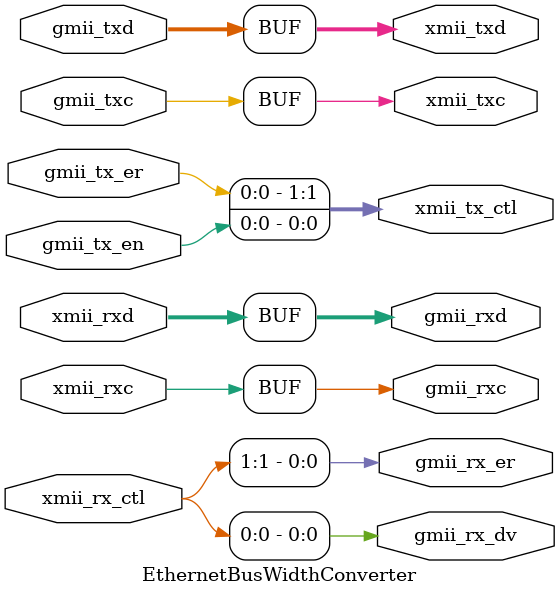
<source format=v>
`timescale 1ns / 1ps
/***********************************************************************************************************************
*                                                                                                                      *
* ANTIKERNEL v0.1                                                                                                      *
*                                                                                                                      *
* Copyright (c) 2012-2016 Andrew D. Zonenberg                                                                          *
* All rights reserved.                                                                                                 *
*                                                                                                                      *
* Redistribution and use in source and binary forms, with or without modification, are permitted provided that the     *
* following conditions are met:                                                                                        *
*                                                                                                                      *
*    * Redistributions of source code must retain the above copyright notice, this list of conditions, and the         *
*      following disclaimer.                                                                                           *
*                                                                                                                      *
*    * Redistributions in binary form must reproduce the above copyright notice, this list of conditions and the       *
*      following disclaimer in the documentation and/or other materials provided with the distribution.                *
*                                                                                                                      *
*    * Neither the name of the author nor the names of any contributors may be used to endorse or promote products     *
*      derived from this software without specific prior written permission.                                           *
*                                                                                                                      *
* THIS SOFTWARE IS PROVIDED BY THE AUTHORS "AS IS" AND ANY EXPRESS OR IMPLIED WARRANTIES, INCLUDING, BUT NOT LIMITED   *
* TO, THE IMPLIED WARRANTIES OF MERCHANTABILITY AND FITNESS FOR A PARTICULAR PURPOSE ARE DISCLAIMED. IN NO EVENT SHALL *
* THE AUTHORS BE HELD LIABLE FOR ANY DIRECT, INDIRECT, INCIDENTAL, SPECIAL, EXEMPLARY, OR CONSEQUENTIAL DAMAGES        *
* (INCLUDING, BUT NOT LIMITED TO, PROCUREMENT OF SUBSTITUTE GOODS OR SERVICES; LOSS OF USE, DATA, OR PROFITS; OR       *
* BUSINESS INTERRUPTION) HOWEVER CAUSED AND ON ANY THEORY OF LIABILITY, WHETHER IN CONTRACT, STRICT LIABILITY, OR TORT *
* (INCLUDING NEGLIGENCE OR OTHERWISE) ARISING IN ANY WAY OUT OF THE USE OF THIS SOFTWARE, EVEN IF ADVISED OF THE       *
* POSSIBILITY OF SUCH DAMAGE.                                                                                          *
*                                                                                                                      *
***********************************************************************************************************************/

/**
	@file
	@author Andrew D. Zonenberg
	@brief GMII to [R]GMII converter
 */
module EthernetBusWidthConverter(

	//[R]GMII signals
	xmii_rxc, xmii_rxd, xmii_rx_ctl,
	xmii_txc, xmii_txd, xmii_tx_ctl,
	
	//GMII signals
	gmii_rxc, gmii_rxd, gmii_rx_dv, gmii_rx_er,
	gmii_txc, gmii_txd, gmii_tx_en, gmii_tx_er
	);
	
	////////////////////////////////////////////////////////////////////////////////////////////////////////////////////
	// I/O declarations
	
	//Set this to 1 for RGMII, 0 for GMII
	parameter	PHY_INTERFACE_RGMII = 0;
	
	//Width of data/control buses
	localparam	DATA_WIDTH			= PHY_INTERFACE_RGMII ? 4 : 8;
	localparam	CTRL_WIDTH 			= PHY_INTERFACE_RGMII ? 1 : 2;
	
	//Output phase shift selection
	//Must be DELAY or PLL
	parameter	OUTPUT_PHASE_SHIFT	= "DELAY";
	
	parameter CLOCK_BUF_TYPE = "GLOBAL";
	
	//[R]GMII signals
	input wire 					xmii_rxc;
	input wire[DATA_WIDTH-1:0]	xmii_rxd;
	input wire[CTRL_WIDTH-1:0]	xmii_rx_ctl;
	output wire					xmii_txc;
	output wire[DATA_WIDTH-1:0] xmii_txd;
	output wire[CTRL_WIDTH-1:0] xmii_tx_ctl;
	
	//GMII signals
	output wire			gmii_rxc;
	output wire[7:0]	gmii_rxd;
	output wire			gmii_rx_dv;
	output wire			gmii_rx_er;
	input wire			gmii_txc;
	input wire [7:0]	gmii_txd;
	input wire			gmii_tx_en;
	input wire			gmii_tx_er;
	
	////////////////////////////////////////////////////////////////////////////////////////////////////////////////////
	// Bus width conversion
	
	genvar i;
	generate
	
		//Use local clock buffer so we dont run out of global clocks
		//TODO: need to create BUFH at top level?
		assign gmii_rxc = xmii_rxc;
		/*
		ClockBuffer #(
			.TYPE("LOCAL"),
			.CE("NO")
		) gmii_rxc_bufh (
			.clkin(xmii_rxc),
			.clkout(gmii_rxc),
			.ce(1'b1)
		);
		*/
	
		//Fancy stuff if RGMII
		if(PHY_INTERFACE_RGMII) begin

			////////////////////////////////////////////////////////////////////////////////////////////////////////////
			// GMII-to-RGMII bridge, rx side
			
			//Delay the GMII data to add additional skew as required by RGMII
			//UI is 4000 ps (250 MT/s).
			//Skew at the sender is +/- 500 ps so our valid eye ignoring rise time is from +500 to +3500 ps
			//We need at least 10 ps setup and 340ps hold for Kintex-7, sampling eye is now now +510 to +3160 ps
			//Assuming equal rise/fall time we want to center in this window so use phase offset of 1835 ps.
			//We want the clock moved forward by +1835 ps, so move the data back by (4000 - 1835) = 2165 ps
			
			wire[3:0]	rgmii_rxd_delayed;
			wire		rgmii_rx_ctl_delayed;
			IODelayBlock #(
				.WIDTH(4),
				.INPUT_DELAY(2165),
				.OUTPUT_DELAY(0),
				.DIRECTION("IN")
			) rgmii_rxd_idelay (
				.i_pad(xmii_rxd),
				.i_fabric(),							//not using direct fabric link
				.i_fabric_serdes(rgmii_rxd_delayed),	//goes to DDR serdes
				.o_pad(),								//not using output datapath
				.o_fabric(4'h0),
				.input_en(1'b1)
			);
			
			IODelayBlock #(
				.WIDTH(1),
				.INPUT_DELAY(2165),
				.OUTPUT_DELAY(0),
				.DIRECTION("IN")
			) rgmii_rxe_idelay (
				.i_pad(xmii_rx_ctl),
				.i_fabric(),							//not using direct fabric link
				.i_fabric_serdes(rgmii_rx_ctl_delayed),	//goes to DDR serdes
				.o_pad(),								//not using output datapath
				.o_fabric(1'h0),
				.input_en(1'b1)
			);
						
			//Receive side
			//Note that since data was delayed with respect to clock, we need to phase-shift
			DDRInputBuffer #(.WIDTH(4)) rgmii_rxd_iddr2(
				.clk_p(gmii_rxc),
				.clk_n(~gmii_rxc),
				.din(rgmii_rxd_delayed),
				.dout0(gmii_rxd[7:4]),
				.dout1(gmii_rxd[3:0])
				);

			wire gmii_rx_er_raw;
			DDRInputBuffer #(.WIDTH(1)) rgmii_rxe_iddr2(
				.clk_p(gmii_rxc),
				.clk_n(~gmii_rxc),
				.din(rgmii_rx_ctl_delayed),
				.dout0(gmii_rx_er_raw),
				.dout1(gmii_rx_dv)
				);
				
			//rx_er flag is encoded specially to reduce transitions (see RGMII spec section 3.4)
			assign gmii_rx_er = gmii_rx_dv ^ gmii_rx_er_raw;
			
			////////////////////////////////////////////////////////////////////////////////////////////////////////////
			// GMII-to-RGMII bridge, tx side
			
			//Transmit clock needs to be delayed to center it in the data eye
			//We can use either an IODELAY or a PLL for this
			//PLLs are a scarce resource, but 7-series 3.3V banks do not support ODELAYs
			//so we have to support both
			if(OUTPUT_PHASE_SHIFT == "DELAY") begin
			
				wire	gmii_txc_buf;
			
				//DDR buffer has to be BEFORE the delay line
				DDROutputBuffer #
				(
					.WIDTH(1)
				) txc_output
				(
					.clk_p(gmii_txc),
					.clk_n(~gmii_txc),
					.dout(gmii_txc_buf),
					.din0(1'b1),
					.din1(1'b0)
				);
			
				IODelayBlock #(
					.WIDTH(1),
					.INPUT_DELAY(0),
					.OUTPUT_DELAY(2000),
					.DIRECTION("OUT")
				) rgmii_txc_odelay (
					.i_pad(1'b0),
					.i_fabric(),			//not using direct fabric link
					.i_fabric_serdes(),		//not using input serdes
					.o_pad(xmii_txc),
					.o_fabric(gmii_txc_buf),
					.input_en(1'b0)			//output only
				);
			end
			
			else if(OUTPUT_PHASE_SHIFT == "PLL") begin
			
				wire	xmii_txc_fb;
				wire	xmii_txc_raw;
				wire	xmii_txc_buf;
				wire	xmii_txc_pll_locked;
			
				`ifdef XILINX_SPARTAN6
					PLL_BASE #(
						.BANDWIDTH("OPTIMIZED"),
						.CLKFBOUT_MULT(8),				//125 MHz * 8 = 1 GHz
						.CLKFBOUT_PHASE(0),
						.CLKIN_PERIOD(8),				//8 ns = 125 MHz
						.CLKOUT0_DIVIDE(8),				//1 GHz / 8 = 125 MHz
						.CLKOUT1_DIVIDE(1),
						.CLKOUT2_DIVIDE(1),
						.CLKOUT3_DIVIDE(1),
						.CLKOUT4_DIVIDE(1),
						.CLKOUT5_DIVIDE(1),
						.CLKOUT0_DUTY_CYCLE(0.5),
						.CLKOUT1_DUTY_CYCLE(0.5),
						.CLKOUT2_DUTY_CYCLE(0.5),
						.CLKOUT3_DUTY_CYCLE(0.5),
						.CLKOUT4_DUTY_CYCLE(0.5),
						.CLKOUT5_DUTY_CYCLE(0.5),
						.CLKOUT0_PHASE(270),			//clock lags data by 90 deg
						.CLKOUT1_PHASE(0.0),
						.CLKOUT2_PHASE(0.0),
						.CLKOUT3_PHASE(0.0),
						.CLKOUT4_PHASE(0.0),
						.CLKOUT5_PHASE(0.0),
						.DIVCLK_DIVIDE(1),
						.REF_JITTER(0.01)
					) rgmii_txc_phaseshiftpll (
						.CLKFBIN(xmii_txc_fb),
						.CLKFBOUT(xmii_txc_fb),
						.CLKIN(gmii_txc),
						.CLKOUT0(xmii_txc_raw),
						.CLKOUT1(),
						.CLKOUT2(),
						.CLKOUT3(),
						.CLKOUT4(),
						.CLKOUT5(),
						.LOCKED(xmii_txc_pll_locked),
						.RST(1'b0)						//TODO: Need to reset when link toggles?
					);
				`endif
				
				`ifdef XILINX_7SERIES
					PLLE2_BASE #(
						.BANDWIDTH("OPTIMIZED"),
						.CLKFBOUT_MULT(8),				//125 MHz * 8 = 1 GHz
						.CLKFBOUT_PHASE(0),
						.CLKIN1_PERIOD(8),				//8 ns = 125 MHz
						.CLKOUT0_DIVIDE(8),				//1 GHz / 8 = 125 MHz
						.CLKOUT1_DIVIDE(1),
						.CLKOUT2_DIVIDE(1),
						.CLKOUT3_DIVIDE(1),
						.CLKOUT4_DIVIDE(1),
						.CLKOUT5_DIVIDE(1),
						.CLKOUT0_DUTY_CYCLE(0.5),
						.CLKOUT1_DUTY_CYCLE(0.5),
						.CLKOUT2_DUTY_CYCLE(0.5),
						.CLKOUT3_DUTY_CYCLE(0.5),
						.CLKOUT4_DUTY_CYCLE(0.5),
						.CLKOUT5_DUTY_CYCLE(0.5),
						.CLKOUT0_PHASE(270),			//clock lags data by 90 deg
						.CLKOUT1_PHASE(0.0),
						.CLKOUT2_PHASE(0.0),
						.CLKOUT3_PHASE(0.0),
						.CLKOUT4_PHASE(0.0),
						.CLKOUT5_PHASE(0.0),
						.DIVCLK_DIVIDE(1),
						.REF_JITTER1(0.01)
					) rgmii_txc_phaseshiftpll (
						.CLKFBIN(xmii_txc_fb),
						.CLKFBOUT(xmii_txc_fb),
						.CLKIN1(gmii_txc),
						.CLKOUT0(xmii_txc_raw),
						.CLKOUT1(),
						.CLKOUT2(),
						.CLKOUT3(),
						.CLKOUT4(),
						.CLKOUT5(),
						.LOCKED(xmii_txc_pll_locked),
						.PWRDWN(1'b0),
						.RST(1'b0)						//TODO: Need to reset when link toggles?
					);
				`endif
					
				//Buffer the clock
				ClockBuffer #(
					.TYPE(CLOCK_BUF_TYPE),
					.CE("YES")
				) rgmii_txc_phaseshiftbuf (
					.clkin(xmii_txc_raw),
					.clkout(xmii_txc_buf),
					.ce(xmii_txc_pll_locked)
				);
				
				//DDR buffer has to be AFTER the delay line
				//For some reason we have to invert the transmit clock on 7 series.
				//No idea why this is necessary.
				`ifdef XILINX_7SERIES
					DDROutputBuffer #
					(
						.WIDTH(1)
					) txc_output
					(
						.clk_p(xmii_txc_buf),
						.clk_n(~xmii_txc_buf),
						.dout(xmii_txc),
						.din0(1'b0),
						.din1(1'b1)
					);

				`else
					DDROutputBuffer #
					(
						.WIDTH(1)
					) txc_output
					(
						.clk_p(xmii_txc_buf),
						.clk_n(~xmii_txc_buf),
						.dout(xmii_txc),
						.din0(1'b1),
						.din1(1'b0)
					);
				`endif
				

			end
			
			//sanity check
			else begin
				initial begin
					$display("ERROR: OUTPUT_PHASE_SHIFT must be PLL or DELAY");
					$finish;
				end
			end
			
			DDROutputBuffer #(.WIDTH(4)) rgmii_txd_oddr2(
				.clk_p(gmii_rxc),
				.clk_n(~gmii_rxc),
				.dout(xmii_txd),
				.din0(gmii_txd[3:0]),
				.din1(gmii_txd[7:4])
				);
				
			DDROutputBuffer #(.WIDTH(1)) rgmii_txe_oddr2(
				.clk_p(gmii_rxc),
				.clk_n(~gmii_rxc),
				.dout(xmii_tx_ctl),
				.din0(gmii_tx_en),
				.din1(gmii_tx_en ^ gmii_tx_er)
				);
		end
		
		//No, just copy the lines without changing anything
		else begin
			
			assign gmii_rxd		= xmii_rxd;
			assign gmii_rx_dv	= xmii_rx_ctl[0];
			assign gmii_rx_er	= xmii_rx_ctl[1];
			
			assign xmii_txc		= gmii_txc;
			assign xmii_txd		= gmii_txd;
			assign xmii_tx_ctl	= { gmii_tx_er, gmii_tx_en };
			
		end
	
	endgenerate
	
endmodule

</source>
